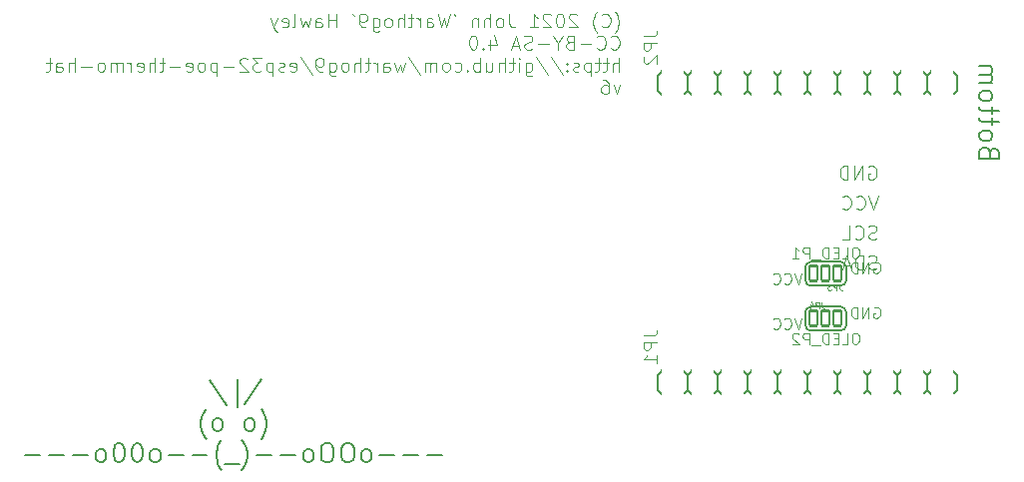
<source format=gbr>
%TF.GenerationSoftware,KiCad,Pcbnew,(6.0.9)*%
%TF.CreationDate,2022-12-27T14:58:47-08:00*%
%TF.ProjectId,esp32-poe-thermocouple-hat-prod-onboard,65737033-322d-4706-9f65-2d746865726d,rev?*%
%TF.SameCoordinates,Original*%
%TF.FileFunction,Legend,Bot*%
%TF.FilePolarity,Positive*%
%FSLAX46Y46*%
G04 Gerber Fmt 4.6, Leading zero omitted, Abs format (unit mm)*
G04 Created by KiCad (PCBNEW (6.0.9)) date 2022-12-27 14:58:47*
%MOMM*%
%LPD*%
G01*
G04 APERTURE LIST*
G04 Aperture macros list*
%AMRoundRect*
0 Rectangle with rounded corners*
0 $1 Rounding radius*
0 $2 $3 $4 $5 $6 $7 $8 $9 X,Y pos of 4 corners*
0 Add a 4 corners polygon primitive as box body*
4,1,4,$2,$3,$4,$5,$6,$7,$8,$9,$2,$3,0*
0 Add four circle primitives for the rounded corners*
1,1,$1+$1,$2,$3*
1,1,$1+$1,$4,$5*
1,1,$1+$1,$6,$7*
1,1,$1+$1,$8,$9*
0 Add four rect primitives between the rounded corners*
20,1,$1+$1,$2,$3,$4,$5,0*
20,1,$1+$1,$4,$5,$6,$7,0*
20,1,$1+$1,$6,$7,$8,$9,0*
20,1,$1+$1,$8,$9,$2,$3,0*%
G04 Aperture macros list end*
%ADD10C,0.142240*%
%ADD11C,0.101600*%
%ADD12C,0.081280*%
%ADD13C,0.114300*%
%ADD14C,0.097536*%
%ADD15C,0.152400*%
%ADD16O,1.828800X5.080000*%
%ADD17O,5.842000X2.082800*%
%ADD18RoundRect,0.101600X-0.317500X-0.635000X0.317500X-0.635000X0.317500X0.635000X-0.317500X0.635000X0*%
%ADD19RoundRect,0.101600X0.317500X0.635000X-0.317500X0.635000X-0.317500X-0.635000X0.317500X-0.635000X0*%
%ADD20C,2.703200*%
G04 APERTURE END LIST*
D10*
X191132560Y-97882496D02*
X191054666Y-97648816D01*
X190976773Y-97570922D01*
X190820986Y-97493029D01*
X190587306Y-97493029D01*
X190431520Y-97570922D01*
X190353626Y-97648816D01*
X190275733Y-97804602D01*
X190275733Y-98427749D01*
X191911493Y-98427749D01*
X191911493Y-97882496D01*
X191833600Y-97726709D01*
X191755706Y-97648816D01*
X191599920Y-97570922D01*
X191444133Y-97570922D01*
X191288346Y-97648816D01*
X191210453Y-97726709D01*
X191132560Y-97882496D01*
X191132560Y-98427749D01*
X190275733Y-96558309D02*
X190353626Y-96714096D01*
X190431520Y-96791989D01*
X190587306Y-96869882D01*
X191054666Y-96869882D01*
X191210453Y-96791989D01*
X191288346Y-96714096D01*
X191366240Y-96558309D01*
X191366240Y-96324629D01*
X191288346Y-96168842D01*
X191210453Y-96090949D01*
X191054666Y-96013056D01*
X190587306Y-96013056D01*
X190431520Y-96090949D01*
X190353626Y-96168842D01*
X190275733Y-96324629D01*
X190275733Y-96558309D01*
X191366240Y-95545696D02*
X191366240Y-94922549D01*
X191911493Y-95312016D02*
X190509413Y-95312016D01*
X190353626Y-95234122D01*
X190275733Y-95078336D01*
X190275733Y-94922549D01*
X191366240Y-94610976D02*
X191366240Y-93987829D01*
X191911493Y-94377296D02*
X190509413Y-94377296D01*
X190353626Y-94299402D01*
X190275733Y-94143616D01*
X190275733Y-93987829D01*
X190275733Y-93208896D02*
X190353626Y-93364682D01*
X190431520Y-93442576D01*
X190587306Y-93520469D01*
X191054666Y-93520469D01*
X191210453Y-93442576D01*
X191288346Y-93364682D01*
X191366240Y-93208896D01*
X191366240Y-92975216D01*
X191288346Y-92819429D01*
X191210453Y-92741536D01*
X191054666Y-92663642D01*
X190587306Y-92663642D01*
X190431520Y-92741536D01*
X190353626Y-92819429D01*
X190275733Y-92975216D01*
X190275733Y-93208896D01*
X190275733Y-91962602D02*
X191366240Y-91962602D01*
X191210453Y-91962602D02*
X191288346Y-91884709D01*
X191366240Y-91728922D01*
X191366240Y-91495242D01*
X191288346Y-91339456D01*
X191132560Y-91261562D01*
X190275733Y-91261562D01*
X191132560Y-91261562D02*
X191288346Y-91183669D01*
X191366240Y-91027882D01*
X191366240Y-90794202D01*
X191288346Y-90638416D01*
X191132560Y-90560522D01*
X190275733Y-90560522D01*
X129336800Y-117114320D02*
X127934720Y-119217440D01*
X127311573Y-119451120D02*
X127311573Y-117114320D01*
X124974773Y-117192213D02*
X126376853Y-119295333D01*
X129336800Y-122162587D02*
X129414693Y-122084694D01*
X129570480Y-121851014D01*
X129648373Y-121695227D01*
X129726266Y-121461547D01*
X129804160Y-121072080D01*
X129804160Y-120760507D01*
X129726266Y-120371040D01*
X129648373Y-120137360D01*
X129570480Y-119981574D01*
X129414693Y-119747894D01*
X129336800Y-119670000D01*
X128479973Y-121539440D02*
X128635760Y-121461547D01*
X128713653Y-121383654D01*
X128791546Y-121227867D01*
X128791546Y-120760507D01*
X128713653Y-120604720D01*
X128635760Y-120526827D01*
X128479973Y-120448934D01*
X128246293Y-120448934D01*
X128090506Y-120526827D01*
X128012613Y-120604720D01*
X127934720Y-120760507D01*
X127934720Y-121227867D01*
X128012613Y-121383654D01*
X128090506Y-121461547D01*
X128246293Y-121539440D01*
X128479973Y-121539440D01*
X125753706Y-121539440D02*
X125909493Y-121461547D01*
X125987386Y-121383654D01*
X126065280Y-121227867D01*
X126065280Y-120760507D01*
X125987386Y-120604720D01*
X125909493Y-120526827D01*
X125753706Y-120448934D01*
X125520026Y-120448934D01*
X125364240Y-120526827D01*
X125286346Y-120604720D01*
X125208453Y-120760507D01*
X125208453Y-121227867D01*
X125286346Y-121383654D01*
X125364240Y-121461547D01*
X125520026Y-121539440D01*
X125753706Y-121539440D01*
X124663200Y-122162587D02*
X124585306Y-122084694D01*
X124429520Y-121851014D01*
X124351626Y-121695227D01*
X124273733Y-121461547D01*
X124195840Y-121072080D01*
X124195840Y-120760507D01*
X124273733Y-120371040D01*
X124351626Y-120137360D01*
X124429520Y-119981574D01*
X124585306Y-119747894D01*
X124663200Y-119670000D01*
X144681786Y-123549868D02*
X143435493Y-123549868D01*
X142656560Y-123549868D02*
X141410266Y-123549868D01*
X140631333Y-123549868D02*
X139385040Y-123549868D01*
X138372426Y-124173014D02*
X138528213Y-124095121D01*
X138606106Y-124017228D01*
X138684000Y-123861441D01*
X138684000Y-123394081D01*
X138606106Y-123238294D01*
X138528213Y-123160401D01*
X138372426Y-123082508D01*
X138138746Y-123082508D01*
X137982960Y-123160401D01*
X137905066Y-123238294D01*
X137827173Y-123394081D01*
X137827173Y-123861441D01*
X137905066Y-124017228D01*
X137982960Y-124095121D01*
X138138746Y-124173014D01*
X138372426Y-124173014D01*
X136814560Y-122537254D02*
X136502986Y-122537254D01*
X136347200Y-122615148D01*
X136191413Y-122770934D01*
X136113520Y-123082508D01*
X136113520Y-123627761D01*
X136191413Y-123939334D01*
X136347200Y-124095121D01*
X136502986Y-124173014D01*
X136814560Y-124173014D01*
X136970346Y-124095121D01*
X137126133Y-123939334D01*
X137204026Y-123627761D01*
X137204026Y-123082508D01*
X137126133Y-122770934D01*
X136970346Y-122615148D01*
X136814560Y-122537254D01*
X135100906Y-122537254D02*
X134789333Y-122537254D01*
X134633546Y-122615148D01*
X134477760Y-122770934D01*
X134399866Y-123082508D01*
X134399866Y-123627761D01*
X134477760Y-123939334D01*
X134633546Y-124095121D01*
X134789333Y-124173014D01*
X135100906Y-124173014D01*
X135256693Y-124095121D01*
X135412480Y-123939334D01*
X135490373Y-123627761D01*
X135490373Y-123082508D01*
X135412480Y-122770934D01*
X135256693Y-122615148D01*
X135100906Y-122537254D01*
X133465146Y-124173014D02*
X133620933Y-124095121D01*
X133698826Y-124017228D01*
X133776720Y-123861441D01*
X133776720Y-123394081D01*
X133698826Y-123238294D01*
X133620933Y-123160401D01*
X133465146Y-123082508D01*
X133231466Y-123082508D01*
X133075680Y-123160401D01*
X132997786Y-123238294D01*
X132919893Y-123394081D01*
X132919893Y-123861441D01*
X132997786Y-124017228D01*
X133075680Y-124095121D01*
X133231466Y-124173014D01*
X133465146Y-124173014D01*
X132218853Y-123549868D02*
X130972560Y-123549868D01*
X130193626Y-123549868D02*
X128947333Y-123549868D01*
X127701040Y-124796161D02*
X127778933Y-124718268D01*
X127934720Y-124484588D01*
X128012613Y-124328801D01*
X128090506Y-124095121D01*
X128168400Y-123705654D01*
X128168400Y-123394081D01*
X128090506Y-123004614D01*
X128012613Y-122770934D01*
X127934720Y-122615148D01*
X127778933Y-122381468D01*
X127701040Y-122303574D01*
X127467360Y-124328801D02*
X126221066Y-124328801D01*
X125987386Y-124796161D02*
X125909493Y-124718268D01*
X125753706Y-124484588D01*
X125675813Y-124328801D01*
X125597920Y-124095121D01*
X125520026Y-123705654D01*
X125520026Y-123394081D01*
X125597920Y-123004614D01*
X125675813Y-122770934D01*
X125753706Y-122615148D01*
X125909493Y-122381468D01*
X125987386Y-122303574D01*
X124741093Y-123549868D02*
X123494800Y-123549868D01*
X122715866Y-123549868D02*
X121469573Y-123549868D01*
X120456960Y-124173014D02*
X120612746Y-124095121D01*
X120690640Y-124017228D01*
X120768533Y-123861441D01*
X120768533Y-123394081D01*
X120690640Y-123238294D01*
X120612746Y-123160401D01*
X120456960Y-123082508D01*
X120223280Y-123082508D01*
X120067493Y-123160401D01*
X119989600Y-123238294D01*
X119911706Y-123394081D01*
X119911706Y-123861441D01*
X119989600Y-124017228D01*
X120067493Y-124095121D01*
X120223280Y-124173014D01*
X120456960Y-124173014D01*
X118899093Y-122537254D02*
X118743306Y-122537254D01*
X118587520Y-122615148D01*
X118509626Y-122693041D01*
X118431733Y-122848828D01*
X118353840Y-123160401D01*
X118353840Y-123549868D01*
X118431733Y-123861441D01*
X118509626Y-124017228D01*
X118587520Y-124095121D01*
X118743306Y-124173014D01*
X118899093Y-124173014D01*
X119054880Y-124095121D01*
X119132773Y-124017228D01*
X119210666Y-123861441D01*
X119288560Y-123549868D01*
X119288560Y-123160401D01*
X119210666Y-122848828D01*
X119132773Y-122693041D01*
X119054880Y-122615148D01*
X118899093Y-122537254D01*
X117341226Y-122537254D02*
X117185440Y-122537254D01*
X117029653Y-122615148D01*
X116951760Y-122693041D01*
X116873866Y-122848828D01*
X116795973Y-123160401D01*
X116795973Y-123549868D01*
X116873866Y-123861441D01*
X116951760Y-124017228D01*
X117029653Y-124095121D01*
X117185440Y-124173014D01*
X117341226Y-124173014D01*
X117497013Y-124095121D01*
X117574906Y-124017228D01*
X117652800Y-123861441D01*
X117730693Y-123549868D01*
X117730693Y-123160401D01*
X117652800Y-122848828D01*
X117574906Y-122693041D01*
X117497013Y-122615148D01*
X117341226Y-122537254D01*
X115861253Y-124173014D02*
X116017040Y-124095121D01*
X116094933Y-124017228D01*
X116172826Y-123861441D01*
X116172826Y-123394081D01*
X116094933Y-123238294D01*
X116017040Y-123160401D01*
X115861253Y-123082508D01*
X115627573Y-123082508D01*
X115471786Y-123160401D01*
X115393893Y-123238294D01*
X115316000Y-123394081D01*
X115316000Y-123861441D01*
X115393893Y-124017228D01*
X115471786Y-124095121D01*
X115627573Y-124173014D01*
X115861253Y-124173014D01*
X114614960Y-123549868D02*
X113368666Y-123549868D01*
X112589733Y-123549868D02*
X111343440Y-123549868D01*
X110564506Y-123549868D02*
X109318213Y-123549868D01*
D11*
X159341940Y-87710094D02*
X159397579Y-87654456D01*
X159508855Y-87487542D01*
X159564493Y-87376266D01*
X159620131Y-87209351D01*
X159675769Y-86931161D01*
X159675769Y-86708608D01*
X159620131Y-86430418D01*
X159564493Y-86263504D01*
X159508855Y-86152228D01*
X159397579Y-85985313D01*
X159341940Y-85929675D01*
X158229179Y-87153713D02*
X158284817Y-87209351D01*
X158451731Y-87264989D01*
X158563007Y-87264989D01*
X158729921Y-87209351D01*
X158841198Y-87098075D01*
X158896836Y-86986799D01*
X158952474Y-86764247D01*
X158952474Y-86597332D01*
X158896836Y-86374780D01*
X158841198Y-86263504D01*
X158729921Y-86152228D01*
X158563007Y-86096589D01*
X158451731Y-86096589D01*
X158284817Y-86152228D01*
X158229179Y-86207866D01*
X157839712Y-87710094D02*
X157784074Y-87654456D01*
X157672798Y-87487542D01*
X157617160Y-87376266D01*
X157561521Y-87209351D01*
X157505883Y-86931161D01*
X157505883Y-86708608D01*
X157561521Y-86430418D01*
X157617160Y-86263504D01*
X157672798Y-86152228D01*
X157784074Y-85985313D01*
X157839712Y-85929675D01*
X156114931Y-86207866D02*
X156059293Y-86152228D01*
X155948017Y-86096589D01*
X155669826Y-86096589D01*
X155558550Y-86152228D01*
X155502912Y-86207866D01*
X155447274Y-86319142D01*
X155447274Y-86430418D01*
X155502912Y-86597332D01*
X156170569Y-87264989D01*
X155447274Y-87264989D01*
X154723979Y-86096589D02*
X154612702Y-86096589D01*
X154501426Y-86152228D01*
X154445788Y-86207866D01*
X154390150Y-86319142D01*
X154334512Y-86541694D01*
X154334512Y-86819885D01*
X154390150Y-87042437D01*
X154445788Y-87153713D01*
X154501426Y-87209351D01*
X154612702Y-87264989D01*
X154723979Y-87264989D01*
X154835255Y-87209351D01*
X154890893Y-87153713D01*
X154946531Y-87042437D01*
X155002169Y-86819885D01*
X155002169Y-86541694D01*
X154946531Y-86319142D01*
X154890893Y-86207866D01*
X154835255Y-86152228D01*
X154723979Y-86096589D01*
X153889407Y-86207866D02*
X153833769Y-86152228D01*
X153722493Y-86096589D01*
X153444302Y-86096589D01*
X153333026Y-86152228D01*
X153277388Y-86207866D01*
X153221750Y-86319142D01*
X153221750Y-86430418D01*
X153277388Y-86597332D01*
X153945045Y-87264989D01*
X153221750Y-87264989D01*
X152108988Y-87264989D02*
X152776645Y-87264989D01*
X152442817Y-87264989D02*
X152442817Y-86096589D01*
X152554093Y-86263504D01*
X152665369Y-86374780D01*
X152776645Y-86430418D01*
X150384207Y-86096589D02*
X150384207Y-86931161D01*
X150439845Y-87098075D01*
X150551121Y-87209351D01*
X150718036Y-87264989D01*
X150829312Y-87264989D01*
X149660912Y-87264989D02*
X149772188Y-87209351D01*
X149827826Y-87153713D01*
X149883464Y-87042437D01*
X149883464Y-86708608D01*
X149827826Y-86597332D01*
X149772188Y-86541694D01*
X149660912Y-86486056D01*
X149493998Y-86486056D01*
X149382721Y-86541694D01*
X149327083Y-86597332D01*
X149271445Y-86708608D01*
X149271445Y-87042437D01*
X149327083Y-87153713D01*
X149382721Y-87209351D01*
X149493998Y-87264989D01*
X149660912Y-87264989D01*
X148770702Y-87264989D02*
X148770702Y-86096589D01*
X148269960Y-87264989D02*
X148269960Y-86652970D01*
X148325598Y-86541694D01*
X148436874Y-86486056D01*
X148603788Y-86486056D01*
X148715064Y-86541694D01*
X148770702Y-86597332D01*
X147713579Y-86486056D02*
X147713579Y-87264989D01*
X147713579Y-86597332D02*
X147657940Y-86541694D01*
X147546664Y-86486056D01*
X147379750Y-86486056D01*
X147268474Y-86541694D01*
X147212836Y-86652970D01*
X147212836Y-87264989D01*
X145710607Y-86096589D02*
X145821883Y-86319142D01*
X145321140Y-86096589D02*
X145042950Y-87264989D01*
X144820398Y-86430418D01*
X144597845Y-87264989D01*
X144319655Y-86096589D01*
X143373807Y-87264989D02*
X143373807Y-86652970D01*
X143429445Y-86541694D01*
X143540721Y-86486056D01*
X143763274Y-86486056D01*
X143874550Y-86541694D01*
X143373807Y-87209351D02*
X143485083Y-87264989D01*
X143763274Y-87264989D01*
X143874550Y-87209351D01*
X143930188Y-87098075D01*
X143930188Y-86986799D01*
X143874550Y-86875523D01*
X143763274Y-86819885D01*
X143485083Y-86819885D01*
X143373807Y-86764247D01*
X142817426Y-87264989D02*
X142817426Y-86486056D01*
X142817426Y-86708608D02*
X142761788Y-86597332D01*
X142706150Y-86541694D01*
X142594874Y-86486056D01*
X142483598Y-86486056D01*
X142261045Y-86486056D02*
X141815940Y-86486056D01*
X142094131Y-86096589D02*
X142094131Y-87098075D01*
X142038493Y-87209351D01*
X141927217Y-87264989D01*
X141815940Y-87264989D01*
X141426474Y-87264989D02*
X141426474Y-86096589D01*
X140925731Y-87264989D02*
X140925731Y-86652970D01*
X140981369Y-86541694D01*
X141092645Y-86486056D01*
X141259560Y-86486056D01*
X141370836Y-86541694D01*
X141426474Y-86597332D01*
X140202436Y-87264989D02*
X140313712Y-87209351D01*
X140369350Y-87153713D01*
X140424988Y-87042437D01*
X140424988Y-86708608D01*
X140369350Y-86597332D01*
X140313712Y-86541694D01*
X140202436Y-86486056D01*
X140035521Y-86486056D01*
X139924245Y-86541694D01*
X139868607Y-86597332D01*
X139812969Y-86708608D01*
X139812969Y-87042437D01*
X139868607Y-87153713D01*
X139924245Y-87209351D01*
X140035521Y-87264989D01*
X140202436Y-87264989D01*
X138811483Y-86486056D02*
X138811483Y-87431904D01*
X138867121Y-87543180D01*
X138922760Y-87598818D01*
X139034036Y-87654456D01*
X139200950Y-87654456D01*
X139312226Y-87598818D01*
X138811483Y-87209351D02*
X138922760Y-87264989D01*
X139145312Y-87264989D01*
X139256588Y-87209351D01*
X139312226Y-87153713D01*
X139367864Y-87042437D01*
X139367864Y-86708608D01*
X139312226Y-86597332D01*
X139256588Y-86541694D01*
X139145312Y-86486056D01*
X138922760Y-86486056D01*
X138811483Y-86541694D01*
X138199464Y-87264989D02*
X137976912Y-87264989D01*
X137865636Y-87209351D01*
X137809998Y-87153713D01*
X137698721Y-86986799D01*
X137643083Y-86764247D01*
X137643083Y-86319142D01*
X137698721Y-86207866D01*
X137754360Y-86152228D01*
X137865636Y-86096589D01*
X138088188Y-86096589D01*
X138199464Y-86152228D01*
X138255102Y-86207866D01*
X138310740Y-86319142D01*
X138310740Y-86597332D01*
X138255102Y-86708608D01*
X138199464Y-86764247D01*
X138088188Y-86819885D01*
X137865636Y-86819885D01*
X137754360Y-86764247D01*
X137698721Y-86708608D01*
X137643083Y-86597332D01*
X137086702Y-86096589D02*
X137197979Y-86319142D01*
X135695750Y-87264989D02*
X135695750Y-86096589D01*
X135695750Y-86652970D02*
X135028093Y-86652970D01*
X135028093Y-87264989D02*
X135028093Y-86096589D01*
X133970969Y-87264989D02*
X133970969Y-86652970D01*
X134026607Y-86541694D01*
X134137883Y-86486056D01*
X134360436Y-86486056D01*
X134471712Y-86541694D01*
X133970969Y-87209351D02*
X134082245Y-87264989D01*
X134360436Y-87264989D01*
X134471712Y-87209351D01*
X134527350Y-87098075D01*
X134527350Y-86986799D01*
X134471712Y-86875523D01*
X134360436Y-86819885D01*
X134082245Y-86819885D01*
X133970969Y-86764247D01*
X133525864Y-86486056D02*
X133303312Y-87264989D01*
X133080760Y-86708608D01*
X132858207Y-87264989D01*
X132635655Y-86486056D01*
X132023636Y-87264989D02*
X132134912Y-87209351D01*
X132190550Y-87098075D01*
X132190550Y-86096589D01*
X131133426Y-87209351D02*
X131244702Y-87264989D01*
X131467255Y-87264989D01*
X131578531Y-87209351D01*
X131634169Y-87098075D01*
X131634169Y-86652970D01*
X131578531Y-86541694D01*
X131467255Y-86486056D01*
X131244702Y-86486056D01*
X131133426Y-86541694D01*
X131077788Y-86652970D01*
X131077788Y-86764247D01*
X131634169Y-86875523D01*
X130688321Y-86486056D02*
X130410131Y-87264989D01*
X130131940Y-86486056D02*
X130410131Y-87264989D01*
X130521407Y-87543180D01*
X130577045Y-87598818D01*
X130688321Y-87654456D01*
X159008112Y-89034837D02*
X159063750Y-89090475D01*
X159230664Y-89146113D01*
X159341940Y-89146113D01*
X159508855Y-89090475D01*
X159620131Y-88979199D01*
X159675769Y-88867923D01*
X159731407Y-88645371D01*
X159731407Y-88478456D01*
X159675769Y-88255904D01*
X159620131Y-88144628D01*
X159508855Y-88033352D01*
X159341940Y-87977713D01*
X159230664Y-87977713D01*
X159063750Y-88033352D01*
X159008112Y-88088990D01*
X157839712Y-89034837D02*
X157895350Y-89090475D01*
X158062264Y-89146113D01*
X158173540Y-89146113D01*
X158340455Y-89090475D01*
X158451731Y-88979199D01*
X158507369Y-88867923D01*
X158563007Y-88645371D01*
X158563007Y-88478456D01*
X158507369Y-88255904D01*
X158451731Y-88144628D01*
X158340455Y-88033352D01*
X158173540Y-87977713D01*
X158062264Y-87977713D01*
X157895350Y-88033352D01*
X157839712Y-88088990D01*
X157338969Y-88701009D02*
X156448760Y-88701009D01*
X155502912Y-88534094D02*
X155335998Y-88589732D01*
X155280360Y-88645371D01*
X155224721Y-88756647D01*
X155224721Y-88923561D01*
X155280360Y-89034837D01*
X155335998Y-89090475D01*
X155447274Y-89146113D01*
X155892379Y-89146113D01*
X155892379Y-87977713D01*
X155502912Y-87977713D01*
X155391636Y-88033352D01*
X155335998Y-88088990D01*
X155280360Y-88200266D01*
X155280360Y-88311542D01*
X155335998Y-88422818D01*
X155391636Y-88478456D01*
X155502912Y-88534094D01*
X155892379Y-88534094D01*
X154501426Y-88589732D02*
X154501426Y-89146113D01*
X154890893Y-87977713D02*
X154501426Y-88589732D01*
X154111960Y-87977713D01*
X153722493Y-88701009D02*
X152832283Y-88701009D01*
X152331540Y-89090475D02*
X152164626Y-89146113D01*
X151886436Y-89146113D01*
X151775160Y-89090475D01*
X151719521Y-89034837D01*
X151663883Y-88923561D01*
X151663883Y-88812285D01*
X151719521Y-88701009D01*
X151775160Y-88645371D01*
X151886436Y-88589732D01*
X152108988Y-88534094D01*
X152220264Y-88478456D01*
X152275902Y-88422818D01*
X152331540Y-88311542D01*
X152331540Y-88200266D01*
X152275902Y-88088990D01*
X152220264Y-88033352D01*
X152108988Y-87977713D01*
X151830798Y-87977713D01*
X151663883Y-88033352D01*
X151218779Y-88812285D02*
X150662398Y-88812285D01*
X151330055Y-89146113D02*
X150940588Y-87977713D01*
X150551121Y-89146113D01*
X148770702Y-88367180D02*
X148770702Y-89146113D01*
X149048893Y-87922075D02*
X149327083Y-88756647D01*
X148603788Y-88756647D01*
X148158683Y-89034837D02*
X148103045Y-89090475D01*
X148158683Y-89146113D01*
X148214321Y-89090475D01*
X148158683Y-89034837D01*
X148158683Y-89146113D01*
X147379750Y-87977713D02*
X147268474Y-87977713D01*
X147157198Y-88033352D01*
X147101560Y-88088990D01*
X147045921Y-88200266D01*
X146990283Y-88422818D01*
X146990283Y-88701009D01*
X147045921Y-88923561D01*
X147101560Y-89034837D01*
X147157198Y-89090475D01*
X147268474Y-89146113D01*
X147379750Y-89146113D01*
X147491026Y-89090475D01*
X147546664Y-89034837D01*
X147602302Y-88923561D01*
X147657940Y-88701009D01*
X147657940Y-88422818D01*
X147602302Y-88200266D01*
X147546664Y-88088990D01*
X147491026Y-88033352D01*
X147379750Y-87977713D01*
X159675769Y-91027237D02*
X159675769Y-89858837D01*
X159175026Y-91027237D02*
X159175026Y-90415218D01*
X159230664Y-90303942D01*
X159341940Y-90248304D01*
X159508855Y-90248304D01*
X159620131Y-90303942D01*
X159675769Y-90359580D01*
X158785560Y-90248304D02*
X158340455Y-90248304D01*
X158618645Y-89858837D02*
X158618645Y-90860323D01*
X158563007Y-90971599D01*
X158451731Y-91027237D01*
X158340455Y-91027237D01*
X158117902Y-90248304D02*
X157672798Y-90248304D01*
X157950988Y-89858837D02*
X157950988Y-90860323D01*
X157895350Y-90971599D01*
X157784074Y-91027237D01*
X157672798Y-91027237D01*
X157283331Y-90248304D02*
X157283331Y-91416704D01*
X157283331Y-90303942D02*
X157172055Y-90248304D01*
X156949502Y-90248304D01*
X156838226Y-90303942D01*
X156782588Y-90359580D01*
X156726950Y-90470856D01*
X156726950Y-90804685D01*
X156782588Y-90915961D01*
X156838226Y-90971599D01*
X156949502Y-91027237D01*
X157172055Y-91027237D01*
X157283331Y-90971599D01*
X156281845Y-90971599D02*
X156170569Y-91027237D01*
X155948017Y-91027237D01*
X155836740Y-90971599D01*
X155781102Y-90860323D01*
X155781102Y-90804685D01*
X155836740Y-90693409D01*
X155948017Y-90637771D01*
X156114931Y-90637771D01*
X156226207Y-90582133D01*
X156281845Y-90470856D01*
X156281845Y-90415218D01*
X156226207Y-90303942D01*
X156114931Y-90248304D01*
X155948017Y-90248304D01*
X155836740Y-90303942D01*
X155280360Y-90915961D02*
X155224721Y-90971599D01*
X155280360Y-91027237D01*
X155335998Y-90971599D01*
X155280360Y-90915961D01*
X155280360Y-91027237D01*
X155280360Y-90303942D02*
X155224721Y-90359580D01*
X155280360Y-90415218D01*
X155335998Y-90359580D01*
X155280360Y-90303942D01*
X155280360Y-90415218D01*
X153889407Y-89803199D02*
X154890893Y-91305428D01*
X152665369Y-89803199D02*
X153666855Y-91305428D01*
X151775160Y-90248304D02*
X151775160Y-91194152D01*
X151830798Y-91305428D01*
X151886436Y-91361066D01*
X151997712Y-91416704D01*
X152164626Y-91416704D01*
X152275902Y-91361066D01*
X151775160Y-90971599D02*
X151886436Y-91027237D01*
X152108988Y-91027237D01*
X152220264Y-90971599D01*
X152275902Y-90915961D01*
X152331540Y-90804685D01*
X152331540Y-90470856D01*
X152275902Y-90359580D01*
X152220264Y-90303942D01*
X152108988Y-90248304D01*
X151886436Y-90248304D01*
X151775160Y-90303942D01*
X151218779Y-91027237D02*
X151218779Y-90248304D01*
X151218779Y-89858837D02*
X151274417Y-89914476D01*
X151218779Y-89970114D01*
X151163140Y-89914476D01*
X151218779Y-89858837D01*
X151218779Y-89970114D01*
X150829312Y-90248304D02*
X150384207Y-90248304D01*
X150662398Y-89858837D02*
X150662398Y-90860323D01*
X150606760Y-90971599D01*
X150495483Y-91027237D01*
X150384207Y-91027237D01*
X149994740Y-91027237D02*
X149994740Y-89858837D01*
X149493998Y-91027237D02*
X149493998Y-90415218D01*
X149549636Y-90303942D01*
X149660912Y-90248304D01*
X149827826Y-90248304D01*
X149939102Y-90303942D01*
X149994740Y-90359580D01*
X148436874Y-90248304D02*
X148436874Y-91027237D01*
X148937617Y-90248304D02*
X148937617Y-90860323D01*
X148881979Y-90971599D01*
X148770702Y-91027237D01*
X148603788Y-91027237D01*
X148492512Y-90971599D01*
X148436874Y-90915961D01*
X147880493Y-91027237D02*
X147880493Y-89858837D01*
X147880493Y-90303942D02*
X147769217Y-90248304D01*
X147546664Y-90248304D01*
X147435388Y-90303942D01*
X147379750Y-90359580D01*
X147324112Y-90470856D01*
X147324112Y-90804685D01*
X147379750Y-90915961D01*
X147435388Y-90971599D01*
X147546664Y-91027237D01*
X147769217Y-91027237D01*
X147880493Y-90971599D01*
X146823369Y-90915961D02*
X146767731Y-90971599D01*
X146823369Y-91027237D01*
X146879007Y-90971599D01*
X146823369Y-90915961D01*
X146823369Y-91027237D01*
X145766245Y-90971599D02*
X145877521Y-91027237D01*
X146100074Y-91027237D01*
X146211350Y-90971599D01*
X146266988Y-90915961D01*
X146322626Y-90804685D01*
X146322626Y-90470856D01*
X146266988Y-90359580D01*
X146211350Y-90303942D01*
X146100074Y-90248304D01*
X145877521Y-90248304D01*
X145766245Y-90303942D01*
X145098588Y-91027237D02*
X145209864Y-90971599D01*
X145265502Y-90915961D01*
X145321140Y-90804685D01*
X145321140Y-90470856D01*
X145265502Y-90359580D01*
X145209864Y-90303942D01*
X145098588Y-90248304D01*
X144931674Y-90248304D01*
X144820398Y-90303942D01*
X144764760Y-90359580D01*
X144709121Y-90470856D01*
X144709121Y-90804685D01*
X144764760Y-90915961D01*
X144820398Y-90971599D01*
X144931674Y-91027237D01*
X145098588Y-91027237D01*
X144208379Y-91027237D02*
X144208379Y-90248304D01*
X144208379Y-90359580D02*
X144152740Y-90303942D01*
X144041464Y-90248304D01*
X143874550Y-90248304D01*
X143763274Y-90303942D01*
X143707636Y-90415218D01*
X143707636Y-91027237D01*
X143707636Y-90415218D02*
X143651998Y-90303942D01*
X143540721Y-90248304D01*
X143373807Y-90248304D01*
X143262531Y-90303942D01*
X143206893Y-90415218D01*
X143206893Y-91027237D01*
X141815940Y-89803199D02*
X142817426Y-91305428D01*
X141537750Y-90248304D02*
X141315198Y-91027237D01*
X141092645Y-90470856D01*
X140870093Y-91027237D01*
X140647540Y-90248304D01*
X139701693Y-91027237D02*
X139701693Y-90415218D01*
X139757331Y-90303942D01*
X139868607Y-90248304D01*
X140091160Y-90248304D01*
X140202436Y-90303942D01*
X139701693Y-90971599D02*
X139812969Y-91027237D01*
X140091160Y-91027237D01*
X140202436Y-90971599D01*
X140258074Y-90860323D01*
X140258074Y-90749047D01*
X140202436Y-90637771D01*
X140091160Y-90582133D01*
X139812969Y-90582133D01*
X139701693Y-90526495D01*
X139145312Y-91027237D02*
X139145312Y-90248304D01*
X139145312Y-90470856D02*
X139089674Y-90359580D01*
X139034036Y-90303942D01*
X138922760Y-90248304D01*
X138811483Y-90248304D01*
X138588931Y-90248304D02*
X138143826Y-90248304D01*
X138422017Y-89858837D02*
X138422017Y-90860323D01*
X138366379Y-90971599D01*
X138255102Y-91027237D01*
X138143826Y-91027237D01*
X137754360Y-91027237D02*
X137754360Y-89858837D01*
X137253617Y-91027237D02*
X137253617Y-90415218D01*
X137309255Y-90303942D01*
X137420531Y-90248304D01*
X137587445Y-90248304D01*
X137698721Y-90303942D01*
X137754360Y-90359580D01*
X136530321Y-91027237D02*
X136641598Y-90971599D01*
X136697236Y-90915961D01*
X136752874Y-90804685D01*
X136752874Y-90470856D01*
X136697236Y-90359580D01*
X136641598Y-90303942D01*
X136530321Y-90248304D01*
X136363407Y-90248304D01*
X136252131Y-90303942D01*
X136196493Y-90359580D01*
X136140855Y-90470856D01*
X136140855Y-90804685D01*
X136196493Y-90915961D01*
X136252131Y-90971599D01*
X136363407Y-91027237D01*
X136530321Y-91027237D01*
X135139369Y-90248304D02*
X135139369Y-91194152D01*
X135195007Y-91305428D01*
X135250645Y-91361066D01*
X135361921Y-91416704D01*
X135528836Y-91416704D01*
X135640112Y-91361066D01*
X135139369Y-90971599D02*
X135250645Y-91027237D01*
X135473198Y-91027237D01*
X135584474Y-90971599D01*
X135640112Y-90915961D01*
X135695750Y-90804685D01*
X135695750Y-90470856D01*
X135640112Y-90359580D01*
X135584474Y-90303942D01*
X135473198Y-90248304D01*
X135250645Y-90248304D01*
X135139369Y-90303942D01*
X134527350Y-91027237D02*
X134304798Y-91027237D01*
X134193521Y-90971599D01*
X134137883Y-90915961D01*
X134026607Y-90749047D01*
X133970969Y-90526495D01*
X133970969Y-90081390D01*
X134026607Y-89970114D01*
X134082245Y-89914476D01*
X134193521Y-89858837D01*
X134416074Y-89858837D01*
X134527350Y-89914476D01*
X134582988Y-89970114D01*
X134638626Y-90081390D01*
X134638626Y-90359580D01*
X134582988Y-90470856D01*
X134527350Y-90526495D01*
X134416074Y-90582133D01*
X134193521Y-90582133D01*
X134082245Y-90526495D01*
X134026607Y-90470856D01*
X133970969Y-90359580D01*
X132635655Y-89803199D02*
X133637140Y-91305428D01*
X131801083Y-90971599D02*
X131912360Y-91027237D01*
X132134912Y-91027237D01*
X132246188Y-90971599D01*
X132301826Y-90860323D01*
X132301826Y-90415218D01*
X132246188Y-90303942D01*
X132134912Y-90248304D01*
X131912360Y-90248304D01*
X131801083Y-90303942D01*
X131745445Y-90415218D01*
X131745445Y-90526495D01*
X132301826Y-90637771D01*
X131300340Y-90971599D02*
X131189064Y-91027237D01*
X130966512Y-91027237D01*
X130855236Y-90971599D01*
X130799598Y-90860323D01*
X130799598Y-90804685D01*
X130855236Y-90693409D01*
X130966512Y-90637771D01*
X131133426Y-90637771D01*
X131244702Y-90582133D01*
X131300340Y-90470856D01*
X131300340Y-90415218D01*
X131244702Y-90303942D01*
X131133426Y-90248304D01*
X130966512Y-90248304D01*
X130855236Y-90303942D01*
X130298855Y-90248304D02*
X130298855Y-91416704D01*
X130298855Y-90303942D02*
X130187579Y-90248304D01*
X129965026Y-90248304D01*
X129853750Y-90303942D01*
X129798112Y-90359580D01*
X129742474Y-90470856D01*
X129742474Y-90804685D01*
X129798112Y-90915961D01*
X129853750Y-90971599D01*
X129965026Y-91027237D01*
X130187579Y-91027237D01*
X130298855Y-90971599D01*
X129353007Y-89858837D02*
X128629712Y-89858837D01*
X129019179Y-90303942D01*
X128852264Y-90303942D01*
X128740988Y-90359580D01*
X128685350Y-90415218D01*
X128629712Y-90526495D01*
X128629712Y-90804685D01*
X128685350Y-90915961D01*
X128740988Y-90971599D01*
X128852264Y-91027237D01*
X129186093Y-91027237D01*
X129297369Y-90971599D01*
X129353007Y-90915961D01*
X128184607Y-89970114D02*
X128128969Y-89914476D01*
X128017693Y-89858837D01*
X127739502Y-89858837D01*
X127628226Y-89914476D01*
X127572588Y-89970114D01*
X127516950Y-90081390D01*
X127516950Y-90192666D01*
X127572588Y-90359580D01*
X128240245Y-91027237D01*
X127516950Y-91027237D01*
X127016207Y-90582133D02*
X126125998Y-90582133D01*
X125569617Y-90248304D02*
X125569617Y-91416704D01*
X125569617Y-90303942D02*
X125458340Y-90248304D01*
X125235788Y-90248304D01*
X125124512Y-90303942D01*
X125068874Y-90359580D01*
X125013236Y-90470856D01*
X125013236Y-90804685D01*
X125068874Y-90915961D01*
X125124512Y-90971599D01*
X125235788Y-91027237D01*
X125458340Y-91027237D01*
X125569617Y-90971599D01*
X124345579Y-91027237D02*
X124456855Y-90971599D01*
X124512493Y-90915961D01*
X124568131Y-90804685D01*
X124568131Y-90470856D01*
X124512493Y-90359580D01*
X124456855Y-90303942D01*
X124345579Y-90248304D01*
X124178664Y-90248304D01*
X124067388Y-90303942D01*
X124011750Y-90359580D01*
X123956112Y-90470856D01*
X123956112Y-90804685D01*
X124011750Y-90915961D01*
X124067388Y-90971599D01*
X124178664Y-91027237D01*
X124345579Y-91027237D01*
X123010264Y-90971599D02*
X123121540Y-91027237D01*
X123344093Y-91027237D01*
X123455369Y-90971599D01*
X123511007Y-90860323D01*
X123511007Y-90415218D01*
X123455369Y-90303942D01*
X123344093Y-90248304D01*
X123121540Y-90248304D01*
X123010264Y-90303942D01*
X122954626Y-90415218D01*
X122954626Y-90526495D01*
X123511007Y-90637771D01*
X122453883Y-90582133D02*
X121563674Y-90582133D01*
X121174207Y-90248304D02*
X120729102Y-90248304D01*
X121007293Y-89858837D02*
X121007293Y-90860323D01*
X120951655Y-90971599D01*
X120840379Y-91027237D01*
X120729102Y-91027237D01*
X120339636Y-91027237D02*
X120339636Y-89858837D01*
X119838893Y-91027237D02*
X119838893Y-90415218D01*
X119894531Y-90303942D01*
X120005807Y-90248304D01*
X120172721Y-90248304D01*
X120283998Y-90303942D01*
X120339636Y-90359580D01*
X118837407Y-90971599D02*
X118948683Y-91027237D01*
X119171236Y-91027237D01*
X119282512Y-90971599D01*
X119338150Y-90860323D01*
X119338150Y-90415218D01*
X119282512Y-90303942D01*
X119171236Y-90248304D01*
X118948683Y-90248304D01*
X118837407Y-90303942D01*
X118781769Y-90415218D01*
X118781769Y-90526495D01*
X119338150Y-90637771D01*
X118281026Y-91027237D02*
X118281026Y-90248304D01*
X118281026Y-90470856D02*
X118225388Y-90359580D01*
X118169750Y-90303942D01*
X118058474Y-90248304D01*
X117947198Y-90248304D01*
X117557731Y-91027237D02*
X117557731Y-90248304D01*
X117557731Y-90359580D02*
X117502093Y-90303942D01*
X117390817Y-90248304D01*
X117223902Y-90248304D01*
X117112626Y-90303942D01*
X117056988Y-90415218D01*
X117056988Y-91027237D01*
X117056988Y-90415218D02*
X117001350Y-90303942D01*
X116890074Y-90248304D01*
X116723160Y-90248304D01*
X116611883Y-90303942D01*
X116556245Y-90415218D01*
X116556245Y-91027237D01*
X115832950Y-91027237D02*
X115944226Y-90971599D01*
X115999864Y-90915961D01*
X116055502Y-90804685D01*
X116055502Y-90470856D01*
X115999864Y-90359580D01*
X115944226Y-90303942D01*
X115832950Y-90248304D01*
X115666036Y-90248304D01*
X115554760Y-90303942D01*
X115499121Y-90359580D01*
X115443483Y-90470856D01*
X115443483Y-90804685D01*
X115499121Y-90915961D01*
X115554760Y-90971599D01*
X115666036Y-91027237D01*
X115832950Y-91027237D01*
X114942740Y-90582133D02*
X114052531Y-90582133D01*
X113496150Y-91027237D02*
X113496150Y-89858837D01*
X112995407Y-91027237D02*
X112995407Y-90415218D01*
X113051045Y-90303942D01*
X113162321Y-90248304D01*
X113329236Y-90248304D01*
X113440512Y-90303942D01*
X113496150Y-90359580D01*
X111938283Y-91027237D02*
X111938283Y-90415218D01*
X111993921Y-90303942D01*
X112105198Y-90248304D01*
X112327750Y-90248304D01*
X112439026Y-90303942D01*
X111938283Y-90971599D02*
X112049560Y-91027237D01*
X112327750Y-91027237D01*
X112439026Y-90971599D01*
X112494664Y-90860323D01*
X112494664Y-90749047D01*
X112439026Y-90637771D01*
X112327750Y-90582133D01*
X112049560Y-90582133D01*
X111938283Y-90526495D01*
X111548817Y-90248304D02*
X111103712Y-90248304D01*
X111381902Y-89858837D02*
X111381902Y-90860323D01*
X111326264Y-90971599D01*
X111214988Y-91027237D01*
X111103712Y-91027237D01*
X159787045Y-92129428D02*
X159508855Y-92908361D01*
X159230664Y-92129428D01*
X158284817Y-91739961D02*
X158507369Y-91739961D01*
X158618645Y-91795600D01*
X158674283Y-91851238D01*
X158785560Y-92018152D01*
X158841198Y-92240704D01*
X158841198Y-92685809D01*
X158785560Y-92797085D01*
X158729921Y-92852723D01*
X158618645Y-92908361D01*
X158396093Y-92908361D01*
X158284817Y-92852723D01*
X158229179Y-92797085D01*
X158173540Y-92685809D01*
X158173540Y-92407619D01*
X158229179Y-92296342D01*
X158284817Y-92240704D01*
X158396093Y-92185066D01*
X158618645Y-92185066D01*
X158729921Y-92240704D01*
X158785560Y-92296342D01*
X158841198Y-92407619D01*
D12*
X175181747Y-111941589D02*
X174870173Y-112876309D01*
X174558600Y-111941589D01*
X173712901Y-112787288D02*
X173757411Y-112831799D01*
X173890943Y-112876309D01*
X173979964Y-112876309D01*
X174113495Y-112831799D01*
X174202516Y-112742778D01*
X174247027Y-112653757D01*
X174291537Y-112475715D01*
X174291537Y-112342183D01*
X174247027Y-112164141D01*
X174202516Y-112075120D01*
X174113495Y-111986100D01*
X173979964Y-111941589D01*
X173890943Y-111941589D01*
X173757411Y-111986100D01*
X173712901Y-112030610D01*
X172778181Y-112787288D02*
X172822691Y-112831799D01*
X172956223Y-112876309D01*
X173045244Y-112876309D01*
X173178775Y-112831799D01*
X173267796Y-112742778D01*
X173312307Y-112653757D01*
X173356817Y-112475715D01*
X173356817Y-112342183D01*
X173312307Y-112164141D01*
X173267796Y-112075120D01*
X173178775Y-111986100D01*
X173045244Y-111941589D01*
X172956223Y-111941589D01*
X172822691Y-111986100D01*
X172778181Y-112030610D01*
X175181747Y-108131589D02*
X174870173Y-109066309D01*
X174558600Y-108131589D01*
X173712901Y-108977288D02*
X173757411Y-109021799D01*
X173890943Y-109066309D01*
X173979964Y-109066309D01*
X174113495Y-109021799D01*
X174202516Y-108932778D01*
X174247027Y-108843757D01*
X174291537Y-108665715D01*
X174291537Y-108532183D01*
X174247027Y-108354141D01*
X174202516Y-108265120D01*
X174113495Y-108176100D01*
X173979964Y-108131589D01*
X173890943Y-108131589D01*
X173757411Y-108176100D01*
X173712901Y-108220610D01*
X172778181Y-108977288D02*
X172822691Y-109021799D01*
X172956223Y-109066309D01*
X173045244Y-109066309D01*
X173178775Y-109021799D01*
X173267796Y-108932778D01*
X173312307Y-108843757D01*
X173356817Y-108665715D01*
X173356817Y-108532183D01*
X173312307Y-108354141D01*
X173267796Y-108265120D01*
X173178775Y-108176100D01*
X173045244Y-108131589D01*
X172956223Y-108131589D01*
X172822691Y-108176100D01*
X172778181Y-108220610D01*
X181322934Y-107241380D02*
X181411955Y-107196869D01*
X181545487Y-107196869D01*
X181679018Y-107241380D01*
X181768039Y-107330400D01*
X181812550Y-107419421D01*
X181857060Y-107597463D01*
X181857060Y-107730995D01*
X181812550Y-107909037D01*
X181768039Y-107998058D01*
X181679018Y-108087079D01*
X181545487Y-108131589D01*
X181456466Y-108131589D01*
X181322934Y-108087079D01*
X181278424Y-108042568D01*
X181278424Y-107730995D01*
X181456466Y-107730995D01*
X180877830Y-108131589D02*
X180877830Y-107196869D01*
X180343704Y-108131589D01*
X180343704Y-107196869D01*
X179898599Y-108131589D02*
X179898599Y-107196869D01*
X179676047Y-107196869D01*
X179542515Y-107241380D01*
X179453494Y-107330400D01*
X179408984Y-107419421D01*
X179364473Y-107597463D01*
X179364473Y-107730995D01*
X179408984Y-107909037D01*
X179453494Y-107998058D01*
X179542515Y-108087079D01*
X179676047Y-108131589D01*
X179898599Y-108131589D01*
X181322934Y-111051380D02*
X181411955Y-111006869D01*
X181545487Y-111006869D01*
X181679018Y-111051380D01*
X181768039Y-111140400D01*
X181812550Y-111229421D01*
X181857060Y-111407463D01*
X181857060Y-111540995D01*
X181812550Y-111719037D01*
X181768039Y-111808058D01*
X181679018Y-111897079D01*
X181545487Y-111941589D01*
X181456466Y-111941589D01*
X181322934Y-111897079D01*
X181278424Y-111852568D01*
X181278424Y-111540995D01*
X181456466Y-111540995D01*
X180877830Y-111941589D02*
X180877830Y-111006869D01*
X180343704Y-111941589D01*
X180343704Y-111006869D01*
X179898599Y-111941589D02*
X179898599Y-111006869D01*
X179676047Y-111006869D01*
X179542515Y-111051380D01*
X179453494Y-111140400D01*
X179408984Y-111229421D01*
X179364473Y-111407463D01*
X179364473Y-111540995D01*
X179408984Y-111719037D01*
X179453494Y-111808058D01*
X179542515Y-111897079D01*
X179676047Y-111941589D01*
X179898599Y-111941589D01*
X179854718Y-113211589D02*
X179676676Y-113211589D01*
X179587655Y-113256100D01*
X179498634Y-113345120D01*
X179454123Y-113523162D01*
X179454123Y-113834736D01*
X179498634Y-114012778D01*
X179587655Y-114101799D01*
X179676676Y-114146309D01*
X179854718Y-114146309D01*
X179943739Y-114101799D01*
X180032760Y-114012778D01*
X180077270Y-113834736D01*
X180077270Y-113523162D01*
X180032760Y-113345120D01*
X179943739Y-113256100D01*
X179854718Y-113211589D01*
X178608424Y-114146309D02*
X179053529Y-114146309D01*
X179053529Y-113211589D01*
X178296851Y-113656694D02*
X177985278Y-113656694D01*
X177851746Y-114146309D02*
X178296851Y-114146309D01*
X178296851Y-113211589D01*
X177851746Y-113211589D01*
X177451152Y-114146309D02*
X177451152Y-113211589D01*
X177228600Y-113211589D01*
X177095068Y-113256100D01*
X177006047Y-113345120D01*
X176961537Y-113434141D01*
X176917026Y-113612183D01*
X176917026Y-113745715D01*
X176961537Y-113923757D01*
X177006047Y-114012778D01*
X177095068Y-114101799D01*
X177228600Y-114146309D01*
X177451152Y-114146309D01*
X176738984Y-114235330D02*
X176026817Y-114235330D01*
X175804264Y-114146309D02*
X175804264Y-113211589D01*
X175448180Y-113211589D01*
X175359160Y-113256100D01*
X175314649Y-113300610D01*
X175270139Y-113389631D01*
X175270139Y-113523162D01*
X175314649Y-113612183D01*
X175359160Y-113656694D01*
X175448180Y-113701204D01*
X175804264Y-113701204D01*
X174914055Y-113300610D02*
X174869544Y-113256100D01*
X174780523Y-113211589D01*
X174557971Y-113211589D01*
X174468950Y-113256100D01*
X174424440Y-113300610D01*
X174379929Y-113389631D01*
X174379929Y-113478652D01*
X174424440Y-113612183D01*
X174958565Y-114146309D01*
X174379929Y-114146309D01*
X179854718Y-105926869D02*
X179676676Y-105926869D01*
X179587655Y-105971380D01*
X179498634Y-106060400D01*
X179454123Y-106238442D01*
X179454123Y-106550016D01*
X179498634Y-106728058D01*
X179587655Y-106817079D01*
X179676676Y-106861589D01*
X179854718Y-106861589D01*
X179943739Y-106817079D01*
X180032760Y-106728058D01*
X180077270Y-106550016D01*
X180077270Y-106238442D01*
X180032760Y-106060400D01*
X179943739Y-105971380D01*
X179854718Y-105926869D01*
X178608424Y-106861589D02*
X179053529Y-106861589D01*
X179053529Y-105926869D01*
X178296851Y-106371974D02*
X177985278Y-106371974D01*
X177851746Y-106861589D02*
X178296851Y-106861589D01*
X178296851Y-105926869D01*
X177851746Y-105926869D01*
X177451152Y-106861589D02*
X177451152Y-105926869D01*
X177228600Y-105926869D01*
X177095068Y-105971380D01*
X177006047Y-106060400D01*
X176961537Y-106149421D01*
X176917026Y-106327463D01*
X176917026Y-106460995D01*
X176961537Y-106639037D01*
X177006047Y-106728058D01*
X177095068Y-106817079D01*
X177228600Y-106861589D01*
X177451152Y-106861589D01*
X176738984Y-106950610D02*
X176026817Y-106950610D01*
X175804264Y-106861589D02*
X175804264Y-105926869D01*
X175448180Y-105926869D01*
X175359160Y-105971380D01*
X175314649Y-106015890D01*
X175270139Y-106104911D01*
X175270139Y-106238442D01*
X175314649Y-106327463D01*
X175359160Y-106371974D01*
X175448180Y-106416484D01*
X175804264Y-106416484D01*
X174379929Y-106861589D02*
X174914055Y-106861589D01*
X174646992Y-106861589D02*
X174646992Y-105926869D01*
X174736013Y-106060400D01*
X174825034Y-106149421D01*
X174914055Y-106193932D01*
D13*
%TO.C,JP1*%
X161749416Y-113431571D02*
X162574916Y-113431571D01*
X162740016Y-113376538D01*
X162850083Y-113266471D01*
X162905116Y-113101371D01*
X162905116Y-112991305D01*
X162905116Y-113981905D02*
X161749416Y-113981905D01*
X161749416Y-114422171D01*
X161804450Y-114532238D01*
X161859483Y-114587271D01*
X161969550Y-114642305D01*
X162134650Y-114642305D01*
X162244716Y-114587271D01*
X162299750Y-114532238D01*
X162354783Y-114422171D01*
X162354783Y-113981905D01*
X162905116Y-115742971D02*
X162905116Y-115082571D01*
X162905116Y-115412771D02*
X161749416Y-115412771D01*
X161914516Y-115302705D01*
X162024583Y-115192638D01*
X162079616Y-115082571D01*
%TO.C,JP2*%
X161749416Y-88031571D02*
X162574916Y-88031571D01*
X162740016Y-87976538D01*
X162850083Y-87866471D01*
X162905116Y-87701371D01*
X162905116Y-87591305D01*
X162905116Y-88581905D02*
X161749416Y-88581905D01*
X161749416Y-89022171D01*
X161804450Y-89132238D01*
X161859483Y-89187271D01*
X161969550Y-89242305D01*
X162134650Y-89242305D01*
X162244716Y-89187271D01*
X162299750Y-89132238D01*
X162354783Y-89022171D01*
X162354783Y-88581905D01*
X161859483Y-89682571D02*
X161804450Y-89737605D01*
X161749416Y-89847671D01*
X161749416Y-90122838D01*
X161804450Y-90232905D01*
X161859483Y-90287938D01*
X161969550Y-90342971D01*
X162079616Y-90342971D01*
X162244716Y-90287938D01*
X162905116Y-89627538D01*
X162905116Y-90342971D01*
D11*
%TO.C,U$1*%
X181547507Y-107747323D02*
X181380593Y-107802961D01*
X181102402Y-107802961D01*
X180991126Y-107747323D01*
X180935488Y-107691685D01*
X180879850Y-107580409D01*
X180879850Y-107469133D01*
X180935488Y-107357857D01*
X180991126Y-107302219D01*
X181102402Y-107246580D01*
X181324955Y-107190942D01*
X181436231Y-107135304D01*
X181491869Y-107079666D01*
X181547507Y-106968390D01*
X181547507Y-106857114D01*
X181491869Y-106745838D01*
X181436231Y-106690200D01*
X181324955Y-106634561D01*
X181046764Y-106634561D01*
X180879850Y-106690200D01*
X180379107Y-107802961D02*
X180379107Y-106634561D01*
X180100917Y-106634561D01*
X179934002Y-106690200D01*
X179822726Y-106801476D01*
X179767088Y-106912752D01*
X179711450Y-107135304D01*
X179711450Y-107302219D01*
X179767088Y-107524771D01*
X179822726Y-107636047D01*
X179934002Y-107747323D01*
X180100917Y-107802961D01*
X180379107Y-107802961D01*
X179266345Y-107469133D02*
X178709964Y-107469133D01*
X179377621Y-107802961D02*
X178988155Y-106634561D01*
X178598688Y-107802961D01*
X181547507Y-105207323D02*
X181380593Y-105262961D01*
X181102402Y-105262961D01*
X180991126Y-105207323D01*
X180935488Y-105151685D01*
X180879850Y-105040409D01*
X180879850Y-104929133D01*
X180935488Y-104817857D01*
X180991126Y-104762219D01*
X181102402Y-104706580D01*
X181324955Y-104650942D01*
X181436231Y-104595304D01*
X181491869Y-104539666D01*
X181547507Y-104428390D01*
X181547507Y-104317114D01*
X181491869Y-104205838D01*
X181436231Y-104150200D01*
X181324955Y-104094561D01*
X181046764Y-104094561D01*
X180879850Y-104150200D01*
X179711450Y-105151685D02*
X179767088Y-105207323D01*
X179934002Y-105262961D01*
X180045279Y-105262961D01*
X180212193Y-105207323D01*
X180323469Y-105096047D01*
X180379107Y-104984771D01*
X180434745Y-104762219D01*
X180434745Y-104595304D01*
X180379107Y-104372752D01*
X180323469Y-104261476D01*
X180212193Y-104150200D01*
X180045279Y-104094561D01*
X179934002Y-104094561D01*
X179767088Y-104150200D01*
X179711450Y-104205838D01*
X178654326Y-105262961D02*
X179210707Y-105262961D01*
X179210707Y-104094561D01*
X180879850Y-99070200D02*
X180991126Y-99014561D01*
X181158040Y-99014561D01*
X181324955Y-99070200D01*
X181436231Y-99181476D01*
X181491869Y-99292752D01*
X181547507Y-99515304D01*
X181547507Y-99682219D01*
X181491869Y-99904771D01*
X181436231Y-100016047D01*
X181324955Y-100127323D01*
X181158040Y-100182961D01*
X181046764Y-100182961D01*
X180879850Y-100127323D01*
X180824212Y-100071685D01*
X180824212Y-99682219D01*
X181046764Y-99682219D01*
X180323469Y-100182961D02*
X180323469Y-99014561D01*
X179655812Y-100182961D01*
X179655812Y-99014561D01*
X179099431Y-100182961D02*
X179099431Y-99014561D01*
X178821240Y-99014561D01*
X178654326Y-99070200D01*
X178543050Y-99181476D01*
X178487412Y-99292752D01*
X178431774Y-99515304D01*
X178431774Y-99682219D01*
X178487412Y-99904771D01*
X178543050Y-100016047D01*
X178654326Y-100127323D01*
X178821240Y-100182961D01*
X179099431Y-100182961D01*
X181658783Y-101554561D02*
X181269317Y-102722961D01*
X180879850Y-101554561D01*
X179822726Y-102611685D02*
X179878364Y-102667323D01*
X180045279Y-102722961D01*
X180156555Y-102722961D01*
X180323469Y-102667323D01*
X180434745Y-102556047D01*
X180490383Y-102444771D01*
X180546021Y-102222219D01*
X180546021Y-102055304D01*
X180490383Y-101832752D01*
X180434745Y-101721476D01*
X180323469Y-101610200D01*
X180156555Y-101554561D01*
X180045279Y-101554561D01*
X179878364Y-101610200D01*
X179822726Y-101665838D01*
X178654326Y-102611685D02*
X178709964Y-102667323D01*
X178876879Y-102722961D01*
X178988155Y-102722961D01*
X179155069Y-102667323D01*
X179266345Y-102556047D01*
X179321983Y-102444771D01*
X179377621Y-102222219D01*
X179377621Y-102055304D01*
X179321983Y-101832752D01*
X179266345Y-101721476D01*
X179155069Y-101610200D01*
X178988155Y-101554561D01*
X178876879Y-101554561D01*
X178709964Y-101610200D01*
X178654326Y-101665838D01*
D14*
%TO.C,JP3*%
X178413662Y-109038684D02*
X178413662Y-109404444D01*
X178438046Y-109477596D01*
X178486814Y-109526364D01*
X178559966Y-109550748D01*
X178608734Y-109550748D01*
X178169822Y-109550748D02*
X178169822Y-109038684D01*
X177974750Y-109038684D01*
X177925982Y-109063068D01*
X177901598Y-109087452D01*
X177877214Y-109136220D01*
X177877214Y-109209372D01*
X177901598Y-109258140D01*
X177925982Y-109282524D01*
X177974750Y-109306908D01*
X178169822Y-109306908D01*
X177706526Y-109038684D02*
X177389534Y-109038684D01*
X177560222Y-109233756D01*
X177487070Y-109233756D01*
X177438302Y-109258140D01*
X177413918Y-109282524D01*
X177389534Y-109331292D01*
X177389534Y-109453212D01*
X177413918Y-109501980D01*
X177438302Y-109526364D01*
X177487070Y-109550748D01*
X177633374Y-109550748D01*
X177682142Y-109526364D01*
X177706526Y-109501980D01*
%TO.C,JP4*%
X176896977Y-110562684D02*
X176896977Y-110928444D01*
X176921361Y-111001596D01*
X176970129Y-111050364D01*
X177043281Y-111074748D01*
X177092049Y-111074748D01*
X176653137Y-111074748D02*
X176653137Y-110562684D01*
X176458065Y-110562684D01*
X176409297Y-110587068D01*
X176384913Y-110611452D01*
X176360529Y-110660220D01*
X176360529Y-110733372D01*
X176384913Y-110782140D01*
X176409297Y-110806524D01*
X176458065Y-110830908D01*
X176653137Y-110830908D01*
X175921617Y-110733372D02*
X175921617Y-111074748D01*
X176043537Y-110538300D02*
X176165457Y-110904060D01*
X175848465Y-110904060D01*
D15*
%TO.C,JP1*%
X187706100Y-116113600D02*
X186436100Y-116113600D01*
X185801100Y-116748600D02*
X186436100Y-116113600D01*
X186436100Y-118653600D02*
X185801100Y-118018600D01*
X188341100Y-116748600D02*
X187706100Y-116113600D01*
X188341100Y-118018600D02*
X188341100Y-116748600D01*
X187706100Y-118653600D02*
X188341100Y-118018600D01*
X186436100Y-118653600D02*
X187706100Y-118653600D01*
X164846100Y-116113600D02*
X163576100Y-116113600D01*
X162941100Y-116748600D02*
X163576100Y-116113600D01*
X163576100Y-118653600D02*
X162941100Y-118018600D01*
X162941100Y-118018600D02*
X162941100Y-116748600D01*
X166116100Y-116113600D02*
X165481100Y-116748600D01*
X167386100Y-116113600D02*
X166116100Y-116113600D01*
X168021100Y-116748600D02*
X167386100Y-116113600D01*
X168021100Y-118018600D02*
X168021100Y-116748600D01*
X167386100Y-118653600D02*
X168021100Y-118018600D01*
X166116100Y-118653600D02*
X167386100Y-118653600D01*
X165481100Y-118018600D02*
X166116100Y-118653600D01*
X165481100Y-116748600D02*
X164846100Y-116113600D01*
X165481100Y-118018600D02*
X165481100Y-116748600D01*
X164846100Y-118653600D02*
X165481100Y-118018600D01*
X163576100Y-118653600D02*
X164846100Y-118653600D01*
X172466100Y-116113600D02*
X171196100Y-116113600D01*
X170561100Y-116748600D02*
X171196100Y-116113600D01*
X171196100Y-118653600D02*
X170561100Y-118018600D01*
X168656100Y-116113600D02*
X168021100Y-116748600D01*
X169926100Y-116113600D02*
X168656100Y-116113600D01*
X170561100Y-116748600D02*
X169926100Y-116113600D01*
X170561100Y-118018600D02*
X170561100Y-116748600D01*
X169926100Y-118653600D02*
X170561100Y-118018600D01*
X168656100Y-118653600D02*
X169926100Y-118653600D01*
X168021100Y-118018600D02*
X168656100Y-118653600D01*
X173736100Y-116113600D02*
X173101100Y-116748600D01*
X175006100Y-116113600D02*
X173736100Y-116113600D01*
X175641100Y-116748600D02*
X175006100Y-116113600D01*
X175641100Y-118018600D02*
X175641100Y-116748600D01*
X175006100Y-118653600D02*
X175641100Y-118018600D01*
X173736100Y-118653600D02*
X175006100Y-118653600D01*
X173101100Y-118018600D02*
X173736100Y-118653600D01*
X173101100Y-116748600D02*
X172466100Y-116113600D01*
X173101100Y-118018600D02*
X173101100Y-116748600D01*
X172466100Y-118653600D02*
X173101100Y-118018600D01*
X171196100Y-118653600D02*
X172466100Y-118653600D01*
X180086100Y-116113600D02*
X178816100Y-116113600D01*
X178181100Y-116748600D02*
X178816100Y-116113600D01*
X178816100Y-118653600D02*
X178181100Y-118018600D01*
X176276100Y-116113600D02*
X175641100Y-116748600D01*
X177546100Y-116113600D02*
X176276100Y-116113600D01*
X178181100Y-116748600D02*
X177546100Y-116113600D01*
X178181100Y-118018600D02*
X178181100Y-116748600D01*
X177546100Y-118653600D02*
X178181100Y-118018600D01*
X176276100Y-118653600D02*
X177546100Y-118653600D01*
X175641100Y-118018600D02*
X176276100Y-118653600D01*
X181356100Y-116113600D02*
X180721100Y-116748600D01*
X182626100Y-116113600D02*
X181356100Y-116113600D01*
X183261100Y-116748600D02*
X182626100Y-116113600D01*
X183261100Y-118018600D02*
X183261100Y-116748600D01*
X182626100Y-118653600D02*
X183261100Y-118018600D01*
X181356100Y-118653600D02*
X182626100Y-118653600D01*
X180721100Y-118018600D02*
X181356100Y-118653600D01*
X180721100Y-116748600D02*
X180086100Y-116113600D01*
X180721100Y-118018600D02*
X180721100Y-116748600D01*
X180086100Y-118653600D02*
X180721100Y-118018600D01*
X178816100Y-118653600D02*
X180086100Y-118653600D01*
X183896100Y-116113600D02*
X183261100Y-116748600D01*
X185166100Y-116113600D02*
X183896100Y-116113600D01*
X185801100Y-116748600D02*
X185166100Y-116113600D01*
X185801100Y-118018600D02*
X185801100Y-116748600D01*
X185166100Y-118653600D02*
X185801100Y-118018600D01*
X183896100Y-118653600D02*
X185166100Y-118653600D01*
X183261100Y-118018600D02*
X183896100Y-118653600D01*
%TO.C,JP2*%
X187706100Y-90713600D02*
X186436100Y-90713600D01*
X185801100Y-91348600D02*
X186436100Y-90713600D01*
X186436100Y-93253600D02*
X185801100Y-92618600D01*
X188341100Y-91348600D02*
X187706100Y-90713600D01*
X188341100Y-92618600D02*
X188341100Y-91348600D01*
X187706100Y-93253600D02*
X188341100Y-92618600D01*
X186436100Y-93253600D02*
X187706100Y-93253600D01*
X164846100Y-90713600D02*
X163576100Y-90713600D01*
X162941100Y-91348600D02*
X163576100Y-90713600D01*
X163576100Y-93253600D02*
X162941100Y-92618600D01*
X162941100Y-92618600D02*
X162941100Y-91348600D01*
X166116100Y-90713600D02*
X165481100Y-91348600D01*
X167386100Y-90713600D02*
X166116100Y-90713600D01*
X168021100Y-91348600D02*
X167386100Y-90713600D01*
X168021100Y-92618600D02*
X168021100Y-91348600D01*
X167386100Y-93253600D02*
X168021100Y-92618600D01*
X166116100Y-93253600D02*
X167386100Y-93253600D01*
X165481100Y-92618600D02*
X166116100Y-93253600D01*
X165481100Y-91348600D02*
X164846100Y-90713600D01*
X165481100Y-92618600D02*
X165481100Y-91348600D01*
X164846100Y-93253600D02*
X165481100Y-92618600D01*
X163576100Y-93253600D02*
X164846100Y-93253600D01*
X172466100Y-90713600D02*
X171196100Y-90713600D01*
X170561100Y-91348600D02*
X171196100Y-90713600D01*
X171196100Y-93253600D02*
X170561100Y-92618600D01*
X168656100Y-90713600D02*
X168021100Y-91348600D01*
X169926100Y-90713600D02*
X168656100Y-90713600D01*
X170561100Y-91348600D02*
X169926100Y-90713600D01*
X170561100Y-92618600D02*
X170561100Y-91348600D01*
X169926100Y-93253600D02*
X170561100Y-92618600D01*
X168656100Y-93253600D02*
X169926100Y-93253600D01*
X168021100Y-92618600D02*
X168656100Y-93253600D01*
X173736100Y-90713600D02*
X173101100Y-91348600D01*
X175006100Y-90713600D02*
X173736100Y-90713600D01*
X175641100Y-91348600D02*
X175006100Y-90713600D01*
X175641100Y-92618600D02*
X175641100Y-91348600D01*
X175006100Y-93253600D02*
X175641100Y-92618600D01*
X173736100Y-93253600D02*
X175006100Y-93253600D01*
X173101100Y-92618600D02*
X173736100Y-93253600D01*
X173101100Y-91348600D02*
X172466100Y-90713600D01*
X173101100Y-92618600D02*
X173101100Y-91348600D01*
X172466100Y-93253600D02*
X173101100Y-92618600D01*
X171196100Y-93253600D02*
X172466100Y-93253600D01*
X180086100Y-90713600D02*
X178816100Y-90713600D01*
X178181100Y-91348600D02*
X178816100Y-90713600D01*
X178816100Y-93253600D02*
X178181100Y-92618600D01*
X176276100Y-90713600D02*
X175641100Y-91348600D01*
X177546100Y-90713600D02*
X176276100Y-90713600D01*
X178181100Y-91348600D02*
X177546100Y-90713600D01*
X178181100Y-92618600D02*
X178181100Y-91348600D01*
X177546100Y-93253600D02*
X178181100Y-92618600D01*
X176276100Y-93253600D02*
X177546100Y-93253600D01*
X175641100Y-92618600D02*
X176276100Y-93253600D01*
X181356100Y-90713600D02*
X180721100Y-91348600D01*
X182626100Y-90713600D02*
X181356100Y-90713600D01*
X183261100Y-91348600D02*
X182626100Y-90713600D01*
X183261100Y-92618600D02*
X183261100Y-91348600D01*
X182626100Y-93253600D02*
X183261100Y-92618600D01*
X181356100Y-93253600D02*
X182626100Y-93253600D01*
X180721100Y-92618600D02*
X181356100Y-93253600D01*
X180721100Y-91348600D02*
X180086100Y-90713600D01*
X180721100Y-92618600D02*
X180721100Y-91348600D01*
X180086100Y-93253600D02*
X180721100Y-92618600D01*
X178816100Y-93253600D02*
X180086100Y-93253600D01*
X183896100Y-90713600D02*
X183261100Y-91348600D01*
X185166100Y-90713600D02*
X183896100Y-90713600D01*
X185801100Y-91348600D02*
X185166100Y-90713600D01*
X185801100Y-92618600D02*
X185801100Y-91348600D01*
X185166100Y-93253600D02*
X185801100Y-92618600D01*
X183896100Y-93253600D02*
X185166100Y-93253600D01*
X183261100Y-92618600D02*
X183896100Y-93253600D01*
%TO.C,JP3*%
X175958600Y-109192100D02*
X178498600Y-109192100D01*
X175501400Y-107617300D02*
X175501400Y-108734900D01*
X178955800Y-107617300D02*
X178955800Y-108734900D01*
X178955800Y-107617300D02*
G75*
G03*
X178498600Y-107160100I-457200J0D01*
G01*
X175958600Y-107160100D02*
G75*
G03*
X175501400Y-107617300I0J-457200D01*
G01*
X175501400Y-108734900D02*
G75*
G03*
X175958600Y-109192100I457200J0D01*
G01*
X178498600Y-109192100D02*
G75*
G03*
X178955800Y-108734900I0J457200D01*
G01*
X178498600Y-107160100D02*
X175958600Y-107160100D01*
%TO.C,JP4*%
X178498600Y-110970100D02*
X175958600Y-110970100D01*
X178955800Y-112544900D02*
X178955800Y-111427300D01*
X175501400Y-112544900D02*
X175501400Y-111427300D01*
X175501400Y-112544900D02*
G75*
G03*
X175958600Y-113002100I457200J0D01*
G01*
X178498600Y-113002100D02*
G75*
G03*
X178955800Y-112544900I0J457200D01*
G01*
X178955800Y-111427300D02*
G75*
G03*
X178498600Y-110970100I-457200J0D01*
G01*
X175958600Y-110970100D02*
G75*
G03*
X175501400Y-111427300I0J-457200D01*
G01*
X175958600Y-113002100D02*
X178498600Y-113002100D01*
%TD*%
%LPC*%
%TO.C,JP3*%
G36*
X177990600Y-108366600D02*
G01*
X177482600Y-108366600D01*
X177482600Y-107985600D01*
X177990600Y-107985600D01*
X177990600Y-108366600D01*
G37*
%TO.C,JP4*%
G36*
X176974600Y-112176600D02*
G01*
X176466600Y-112176600D01*
X176466600Y-111795600D01*
X176974600Y-111795600D01*
X176974600Y-112176600D01*
G37*
%TD*%
D16*
%TO.C,BME280*%
X207391100Y-117383600D03*
X204851100Y-117383600D03*
X202311100Y-117383600D03*
X199771100Y-117383600D03*
X197231100Y-117383600D03*
X194691100Y-117383600D03*
%TD*%
%TO.C,JP1*%
X187071100Y-117383600D03*
X184531100Y-117383600D03*
X181991100Y-117383600D03*
X179451100Y-117383600D03*
X176911100Y-117383600D03*
X174371100Y-117383600D03*
X171831100Y-117383600D03*
X169291100Y-117383600D03*
X166751100Y-117383600D03*
X164211100Y-117383600D03*
%TD*%
%TO.C,JP2*%
X187071100Y-91983600D03*
X184531100Y-91983600D03*
X181991100Y-91983600D03*
X179451100Y-91983600D03*
X176911100Y-91983600D03*
X174371100Y-91983600D03*
X171831100Y-91983600D03*
X169291100Y-91983600D03*
X166751100Y-91983600D03*
X164211100Y-91983600D03*
%TD*%
D17*
%TO.C,U$1*%
X188041100Y-108493600D03*
X188041100Y-105953600D03*
X188041100Y-103413600D03*
X188041100Y-100873600D03*
%TD*%
D18*
%TO.C,JP3*%
X178244600Y-108176100D03*
X177228600Y-108176100D03*
X176212600Y-108176100D03*
%TD*%
D19*
%TO.C,JP4*%
X176212600Y-111986100D03*
X177228600Y-111986100D03*
X178244600Y-111986100D03*
%TD*%
D20*
%TO.C,J1*%
X155551100Y-95503600D03*
X147931100Y-95503600D03*
%TD*%
%TO.C,J2*%
X137551100Y-95503600D03*
X129931100Y-95503600D03*
%TD*%
%TO.C,J3*%
X119551100Y-95503600D03*
X111931100Y-95503600D03*
%TD*%
%TO.C,J4*%
X101551100Y-95503600D03*
X93931100Y-95503600D03*
%TD*%
M02*

</source>
